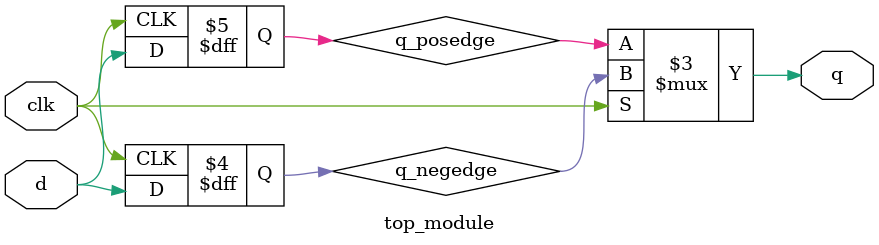
<source format=v>
module top_module (
    input clk,
    input d,
    output q
);

    // Internal signals to capture on positive and negative edges
    reg q_posedge, q_negedge;

    // Capture on positive edge
    always @(posedge clk) begin
        q_posedge <= d;
    end

    // Capture on negative edge
    always @(negedge clk) begin
        q_negedge <= d;
    end

    // Combine the outputs of the two flip-flops using a multiplexer
    assign q = clk ? q_negedge : q_posedge;

endmodule
</source>
